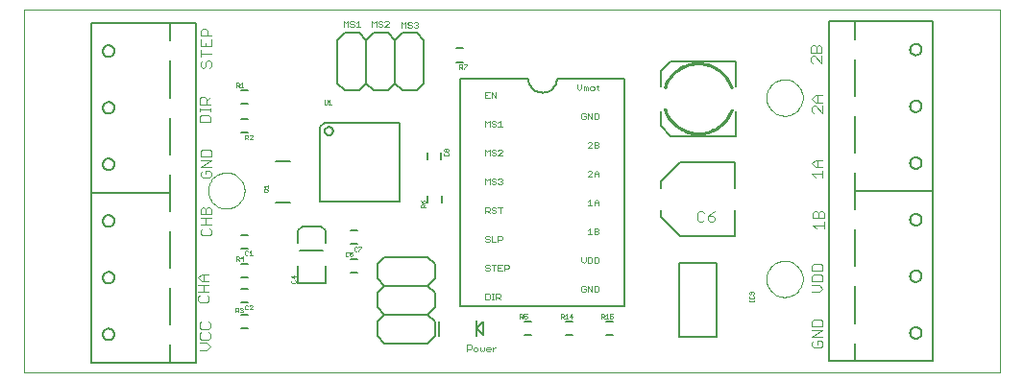
<source format=gto>
G75*
G70*
%OFA0B0*%
%FSLAX24Y24*%
%IPPOS*%
%LPD*%
%AMOC8*
5,1,8,0,0,1.08239X$1,22.5*
%
%ADD10C,0.0000*%
%ADD11C,0.0030*%
%ADD12C,0.0020*%
%ADD13C,0.0060*%
%ADD14C,0.0010*%
%ADD15C,0.0080*%
%ADD16C,0.0050*%
%ADD17C,0.0070*%
D10*
X007188Y005731D02*
X007188Y018325D01*
X041042Y018325D01*
X041042Y005731D01*
X007188Y005731D01*
X013566Y012030D02*
X013568Y012080D01*
X013574Y012130D01*
X013584Y012179D01*
X013598Y012227D01*
X013615Y012274D01*
X013636Y012319D01*
X013661Y012363D01*
X013689Y012404D01*
X013721Y012443D01*
X013755Y012480D01*
X013792Y012514D01*
X013832Y012544D01*
X013874Y012571D01*
X013918Y012595D01*
X013964Y012616D01*
X014011Y012632D01*
X014059Y012645D01*
X014109Y012654D01*
X014158Y012659D01*
X014209Y012660D01*
X014259Y012657D01*
X014308Y012650D01*
X014357Y012639D01*
X014405Y012624D01*
X014451Y012606D01*
X014496Y012584D01*
X014539Y012558D01*
X014580Y012529D01*
X014619Y012497D01*
X014655Y012462D01*
X014687Y012424D01*
X014717Y012384D01*
X014744Y012341D01*
X014767Y012297D01*
X014786Y012251D01*
X014802Y012203D01*
X014814Y012154D01*
X014822Y012105D01*
X014826Y012055D01*
X014826Y012005D01*
X014822Y011955D01*
X014814Y011906D01*
X014802Y011857D01*
X014786Y011809D01*
X014767Y011763D01*
X014744Y011719D01*
X014717Y011676D01*
X014687Y011636D01*
X014655Y011598D01*
X014619Y011563D01*
X014580Y011531D01*
X014539Y011502D01*
X014496Y011476D01*
X014451Y011454D01*
X014405Y011436D01*
X014357Y011421D01*
X014308Y011410D01*
X014259Y011403D01*
X014209Y011400D01*
X014158Y011401D01*
X014109Y011406D01*
X014059Y011415D01*
X014011Y011428D01*
X013964Y011444D01*
X013918Y011465D01*
X013874Y011489D01*
X013832Y011516D01*
X013792Y011546D01*
X013755Y011580D01*
X013721Y011617D01*
X013689Y011656D01*
X013661Y011697D01*
X013636Y011741D01*
X013615Y011786D01*
X013598Y011833D01*
X013584Y011881D01*
X013574Y011930D01*
X013568Y011980D01*
X013566Y012030D01*
X032936Y008960D02*
X032938Y009010D01*
X032944Y009060D01*
X032954Y009109D01*
X032968Y009157D01*
X032985Y009204D01*
X033006Y009249D01*
X033031Y009293D01*
X033059Y009334D01*
X033091Y009373D01*
X033125Y009410D01*
X033162Y009444D01*
X033202Y009474D01*
X033244Y009501D01*
X033288Y009525D01*
X033334Y009546D01*
X033381Y009562D01*
X033429Y009575D01*
X033479Y009584D01*
X033528Y009589D01*
X033579Y009590D01*
X033629Y009587D01*
X033678Y009580D01*
X033727Y009569D01*
X033775Y009554D01*
X033821Y009536D01*
X033866Y009514D01*
X033909Y009488D01*
X033950Y009459D01*
X033989Y009427D01*
X034025Y009392D01*
X034057Y009354D01*
X034087Y009314D01*
X034114Y009271D01*
X034137Y009227D01*
X034156Y009181D01*
X034172Y009133D01*
X034184Y009084D01*
X034192Y009035D01*
X034196Y008985D01*
X034196Y008935D01*
X034192Y008885D01*
X034184Y008836D01*
X034172Y008787D01*
X034156Y008739D01*
X034137Y008693D01*
X034114Y008649D01*
X034087Y008606D01*
X034057Y008566D01*
X034025Y008528D01*
X033989Y008493D01*
X033950Y008461D01*
X033909Y008432D01*
X033866Y008406D01*
X033821Y008384D01*
X033775Y008366D01*
X033727Y008351D01*
X033678Y008340D01*
X033629Y008333D01*
X033579Y008330D01*
X033528Y008331D01*
X033479Y008336D01*
X033429Y008345D01*
X033381Y008358D01*
X033334Y008374D01*
X033288Y008395D01*
X033244Y008419D01*
X033202Y008446D01*
X033162Y008476D01*
X033125Y008510D01*
X033091Y008547D01*
X033059Y008586D01*
X033031Y008627D01*
X033006Y008671D01*
X032985Y008716D01*
X032968Y008763D01*
X032954Y008811D01*
X032944Y008860D01*
X032938Y008910D01*
X032936Y008960D01*
X032936Y015259D02*
X032938Y015309D01*
X032944Y015359D01*
X032954Y015408D01*
X032968Y015456D01*
X032985Y015503D01*
X033006Y015548D01*
X033031Y015592D01*
X033059Y015633D01*
X033091Y015672D01*
X033125Y015709D01*
X033162Y015743D01*
X033202Y015773D01*
X033244Y015800D01*
X033288Y015824D01*
X033334Y015845D01*
X033381Y015861D01*
X033429Y015874D01*
X033479Y015883D01*
X033528Y015888D01*
X033579Y015889D01*
X033629Y015886D01*
X033678Y015879D01*
X033727Y015868D01*
X033775Y015853D01*
X033821Y015835D01*
X033866Y015813D01*
X033909Y015787D01*
X033950Y015758D01*
X033989Y015726D01*
X034025Y015691D01*
X034057Y015653D01*
X034087Y015613D01*
X034114Y015570D01*
X034137Y015526D01*
X034156Y015480D01*
X034172Y015432D01*
X034184Y015383D01*
X034192Y015334D01*
X034196Y015284D01*
X034196Y015234D01*
X034192Y015184D01*
X034184Y015135D01*
X034172Y015086D01*
X034156Y015038D01*
X034137Y014992D01*
X034114Y014948D01*
X034087Y014905D01*
X034057Y014865D01*
X034025Y014827D01*
X033989Y014792D01*
X033950Y014760D01*
X033909Y014731D01*
X033866Y014705D01*
X033821Y014683D01*
X033775Y014665D01*
X033727Y014650D01*
X033678Y014639D01*
X033629Y014632D01*
X033579Y014629D01*
X033528Y014630D01*
X033479Y014635D01*
X033429Y014644D01*
X033381Y014657D01*
X033334Y014673D01*
X033288Y014694D01*
X033244Y014718D01*
X033202Y014745D01*
X033162Y014775D01*
X033125Y014809D01*
X033091Y014846D01*
X033059Y014885D01*
X033031Y014926D01*
X033006Y014970D01*
X032985Y015015D01*
X032968Y015062D01*
X032954Y015110D01*
X032944Y015159D01*
X032938Y015209D01*
X032936Y015259D01*
D11*
X034519Y015214D02*
X034643Y015091D01*
X034889Y015091D01*
X034889Y014969D02*
X034889Y014723D01*
X034643Y014969D01*
X034581Y014969D01*
X034519Y014908D01*
X034519Y014784D01*
X034581Y014723D01*
X034704Y015091D02*
X034704Y015338D01*
X034643Y015338D02*
X034889Y015338D01*
X034643Y015338D02*
X034519Y015214D01*
X034541Y016455D02*
X034480Y016517D01*
X034480Y016640D01*
X034541Y016702D01*
X034603Y016702D01*
X034850Y016455D01*
X034850Y016702D01*
X034850Y016823D02*
X034850Y017008D01*
X034788Y017070D01*
X034727Y017070D01*
X034665Y017008D01*
X034665Y016823D01*
X034850Y016823D02*
X034480Y016823D01*
X034480Y017008D01*
X034541Y017070D01*
X034603Y017070D01*
X034665Y017008D01*
X034643Y013094D02*
X034889Y013094D01*
X034704Y013094D02*
X034704Y012847D01*
X034643Y012847D02*
X034519Y012970D01*
X034643Y013094D01*
X034643Y012847D02*
X034889Y012847D01*
X034889Y012725D02*
X034889Y012478D01*
X034889Y012602D02*
X034519Y012602D01*
X034643Y012478D01*
X034620Y011322D02*
X034682Y011322D01*
X034744Y011260D01*
X034744Y011075D01*
X034929Y011075D02*
X034558Y011075D01*
X034558Y011260D01*
X034620Y011322D01*
X034744Y011260D02*
X034805Y011322D01*
X034867Y011322D01*
X034929Y011260D01*
X034929Y011075D01*
X034929Y010954D02*
X034929Y010707D01*
X034929Y010830D02*
X034558Y010830D01*
X034682Y010707D01*
X034581Y009486D02*
X034519Y009424D01*
X034519Y009239D01*
X034889Y009239D01*
X034889Y009424D01*
X034828Y009486D01*
X034581Y009486D01*
X034581Y009117D02*
X034519Y009056D01*
X034519Y008870D01*
X034889Y008870D01*
X034889Y009056D01*
X034828Y009117D01*
X034581Y009117D01*
X034519Y008749D02*
X034766Y008749D01*
X034889Y008626D01*
X034766Y008502D01*
X034519Y008502D01*
X034581Y007556D02*
X034519Y007495D01*
X034519Y007310D01*
X034889Y007310D01*
X034889Y007495D01*
X034828Y007556D01*
X034581Y007556D01*
X034519Y007188D02*
X034889Y007188D01*
X034519Y006941D01*
X034889Y006941D01*
X034828Y006820D02*
X034704Y006820D01*
X034704Y006696D01*
X034581Y006573D02*
X034828Y006573D01*
X034889Y006635D01*
X034889Y006758D01*
X034828Y006820D01*
X034581Y006820D02*
X034519Y006758D01*
X034519Y006635D01*
X034581Y006573D01*
X031087Y010952D02*
X030963Y010952D01*
X030901Y011014D01*
X030901Y011138D01*
X031087Y011138D01*
X031148Y011076D01*
X031148Y011014D01*
X031087Y010952D01*
X030901Y011138D02*
X031025Y011261D01*
X031148Y011323D01*
X030780Y011261D02*
X030718Y011323D01*
X030595Y011323D01*
X030533Y011261D01*
X030533Y011014D01*
X030595Y010952D01*
X030718Y010952D01*
X030780Y011014D01*
X013669Y011086D02*
X013299Y011086D01*
X013299Y011207D02*
X013299Y011392D01*
X013360Y011454D01*
X013422Y011454D01*
X013484Y011392D01*
X013484Y011207D01*
X013484Y011086D02*
X013484Y010839D01*
X013607Y010717D02*
X013669Y010656D01*
X013669Y010532D01*
X013607Y010471D01*
X013360Y010471D01*
X013299Y010532D01*
X013299Y010656D01*
X013360Y010717D01*
X013299Y010839D02*
X013669Y010839D01*
X013669Y011207D02*
X013299Y011207D01*
X013484Y011392D02*
X013545Y011454D01*
X013607Y011454D01*
X013669Y011392D01*
X013669Y011207D01*
X013607Y012478D02*
X013360Y012478D01*
X013299Y012540D01*
X013299Y012664D01*
X013360Y012725D01*
X013484Y012725D02*
X013484Y012602D01*
X013484Y012725D02*
X013607Y012725D01*
X013669Y012664D01*
X013669Y012540D01*
X013607Y012478D01*
X013669Y012847D02*
X013299Y012847D01*
X013669Y013094D01*
X013299Y013094D01*
X013299Y013215D02*
X013299Y013400D01*
X013360Y013462D01*
X013607Y013462D01*
X013669Y013400D01*
X013669Y013215D01*
X013299Y013215D01*
X013259Y014408D02*
X013259Y014593D01*
X013321Y014654D01*
X013568Y014654D01*
X013630Y014593D01*
X013630Y014408D01*
X013259Y014408D01*
X013259Y014776D02*
X013259Y014899D01*
X013259Y014838D02*
X013630Y014838D01*
X013630Y014899D02*
X013630Y014776D01*
X013630Y015021D02*
X013259Y015021D01*
X013259Y015207D01*
X013321Y015268D01*
X013444Y015268D01*
X013506Y015207D01*
X013506Y015021D01*
X013506Y015145D02*
X013630Y015268D01*
X013607Y016297D02*
X013669Y016359D01*
X013669Y016483D01*
X013607Y016544D01*
X013545Y016544D01*
X013484Y016483D01*
X013484Y016359D01*
X013422Y016297D01*
X013360Y016297D01*
X013299Y016359D01*
X013299Y016483D01*
X013360Y016544D01*
X013299Y016666D02*
X013299Y016913D01*
X013299Y017034D02*
X013669Y017034D01*
X013669Y017281D01*
X013669Y017402D02*
X013299Y017402D01*
X013299Y017587D01*
X013360Y017649D01*
X013484Y017649D01*
X013545Y017587D01*
X013545Y017402D01*
X013484Y017157D02*
X013484Y017034D01*
X013299Y017034D02*
X013299Y017281D01*
X013299Y016789D02*
X013669Y016789D01*
X013590Y009131D02*
X013343Y009131D01*
X013220Y009008D01*
X013343Y008884D01*
X013590Y008884D01*
X013590Y008763D02*
X013220Y008763D01*
X013405Y008763D02*
X013405Y008516D01*
X013282Y008395D02*
X013220Y008333D01*
X013220Y008209D01*
X013282Y008148D01*
X013528Y008148D01*
X013590Y008209D01*
X013590Y008333D01*
X013528Y008395D01*
X013590Y008516D02*
X013220Y008516D01*
X013405Y008884D02*
X013405Y009131D01*
X013321Y007478D02*
X013259Y007416D01*
X013259Y007293D01*
X013321Y007231D01*
X013568Y007231D01*
X013630Y007293D01*
X013630Y007416D01*
X013568Y007478D01*
X013568Y007109D02*
X013630Y007048D01*
X013630Y006924D01*
X013568Y006863D01*
X013321Y006863D01*
X013259Y006924D01*
X013259Y007048D01*
X013321Y007109D01*
X013259Y006741D02*
X013506Y006741D01*
X013630Y006618D01*
X013506Y006494D01*
X013259Y006494D01*
D12*
X022552Y006523D02*
X022662Y006523D01*
X022699Y006560D01*
X022699Y006633D01*
X022662Y006670D01*
X022552Y006670D01*
X022552Y006450D01*
X022773Y006487D02*
X022773Y006560D01*
X022810Y006597D01*
X022883Y006597D01*
X022920Y006560D01*
X022920Y006487D01*
X022883Y006450D01*
X022810Y006450D01*
X022773Y006487D01*
X022994Y006487D02*
X023031Y006450D01*
X023068Y006487D01*
X023104Y006450D01*
X023141Y006487D01*
X023141Y006597D01*
X023215Y006560D02*
X023215Y006487D01*
X023252Y006450D01*
X023325Y006450D01*
X023362Y006523D02*
X023215Y006523D01*
X023215Y006560D02*
X023252Y006597D01*
X023325Y006597D01*
X023362Y006560D01*
X023362Y006523D01*
X023436Y006523D02*
X023510Y006597D01*
X023546Y006597D01*
X023436Y006597D02*
X023436Y006450D01*
X022994Y006487D02*
X022994Y006597D01*
X023182Y008241D02*
X023292Y008241D01*
X023329Y008278D01*
X023329Y008425D01*
X023292Y008461D01*
X023182Y008461D01*
X023182Y008241D01*
X023403Y008241D02*
X023477Y008241D01*
X023440Y008241D02*
X023440Y008461D01*
X023403Y008461D02*
X023477Y008461D01*
X023550Y008461D02*
X023661Y008461D01*
X023697Y008425D01*
X023697Y008351D01*
X023661Y008315D01*
X023550Y008315D01*
X023550Y008241D02*
X023550Y008461D01*
X023624Y008315D02*
X023697Y008241D01*
X023624Y009241D02*
X023771Y009241D01*
X023845Y009241D02*
X023845Y009461D01*
X023955Y009461D01*
X023992Y009425D01*
X023992Y009351D01*
X023955Y009315D01*
X023845Y009315D01*
X023697Y009351D02*
X023624Y009351D01*
X023624Y009461D02*
X023624Y009241D01*
X023477Y009241D02*
X023477Y009461D01*
X023550Y009461D02*
X023403Y009461D01*
X023329Y009425D02*
X023292Y009461D01*
X023219Y009461D01*
X023182Y009425D01*
X023182Y009388D01*
X023219Y009351D01*
X023292Y009351D01*
X023329Y009315D01*
X023329Y009278D01*
X023292Y009241D01*
X023219Y009241D01*
X023182Y009278D01*
X023624Y009461D02*
X023771Y009461D01*
X023624Y010241D02*
X023624Y010461D01*
X023734Y010461D01*
X023771Y010425D01*
X023771Y010351D01*
X023734Y010315D01*
X023624Y010315D01*
X023550Y010241D02*
X023403Y010241D01*
X023403Y010461D01*
X023329Y010425D02*
X023292Y010461D01*
X023219Y010461D01*
X023182Y010425D01*
X023182Y010388D01*
X023219Y010351D01*
X023292Y010351D01*
X023329Y010315D01*
X023329Y010278D01*
X023292Y010241D01*
X023219Y010241D01*
X023182Y010278D01*
X023182Y011241D02*
X023182Y011461D01*
X023292Y011461D01*
X023329Y011425D01*
X023329Y011351D01*
X023292Y011315D01*
X023182Y011315D01*
X023256Y011315D02*
X023329Y011241D01*
X023403Y011278D02*
X023440Y011241D01*
X023513Y011241D01*
X023550Y011278D01*
X023550Y011315D01*
X023513Y011351D01*
X023440Y011351D01*
X023403Y011388D01*
X023403Y011425D01*
X023440Y011461D01*
X023513Y011461D01*
X023550Y011425D01*
X023624Y011461D02*
X023771Y011461D01*
X023697Y011461D02*
X023697Y011241D01*
X023661Y012241D02*
X023624Y012278D01*
X023661Y012241D02*
X023734Y012241D01*
X023771Y012278D01*
X023771Y012315D01*
X023734Y012351D01*
X023697Y012351D01*
X023734Y012351D02*
X023771Y012388D01*
X023771Y012425D01*
X023734Y012461D01*
X023661Y012461D01*
X023624Y012425D01*
X023550Y012425D02*
X023513Y012461D01*
X023440Y012461D01*
X023403Y012425D01*
X023403Y012388D01*
X023440Y012351D01*
X023513Y012351D01*
X023550Y012315D01*
X023550Y012278D01*
X023513Y012241D01*
X023440Y012241D01*
X023403Y012278D01*
X023329Y012241D02*
X023329Y012461D01*
X023256Y012388D01*
X023182Y012461D01*
X023182Y012241D01*
X023182Y013241D02*
X023182Y013461D01*
X023256Y013388D01*
X023329Y013461D01*
X023329Y013241D01*
X023403Y013278D02*
X023440Y013241D01*
X023513Y013241D01*
X023550Y013278D01*
X023550Y013315D01*
X023513Y013351D01*
X023440Y013351D01*
X023403Y013388D01*
X023403Y013425D01*
X023440Y013461D01*
X023513Y013461D01*
X023550Y013425D01*
X023624Y013425D02*
X023661Y013461D01*
X023734Y013461D01*
X023771Y013425D01*
X023771Y013388D01*
X023624Y013241D01*
X023771Y013241D01*
X023771Y014241D02*
X023624Y014241D01*
X023697Y014241D02*
X023697Y014461D01*
X023624Y014388D01*
X023550Y014425D02*
X023513Y014461D01*
X023440Y014461D01*
X023403Y014425D01*
X023403Y014388D01*
X023440Y014351D01*
X023513Y014351D01*
X023550Y014315D01*
X023550Y014278D01*
X023513Y014241D01*
X023440Y014241D01*
X023403Y014278D01*
X023329Y014241D02*
X023329Y014461D01*
X023256Y014388D01*
X023182Y014461D01*
X023182Y014241D01*
X023182Y015241D02*
X023329Y015241D01*
X023403Y015241D02*
X023403Y015461D01*
X023550Y015241D01*
X023550Y015461D01*
X023329Y015461D02*
X023182Y015461D01*
X023182Y015241D01*
X023182Y015351D02*
X023256Y015351D01*
X026372Y015575D02*
X026445Y015501D01*
X026519Y015575D01*
X026519Y015721D01*
X026593Y015648D02*
X026630Y015648D01*
X026666Y015611D01*
X026703Y015648D01*
X026740Y015611D01*
X026740Y015501D01*
X026666Y015501D02*
X026666Y015611D01*
X026593Y015648D02*
X026593Y015501D01*
X026814Y015538D02*
X026851Y015501D01*
X026924Y015501D01*
X026961Y015538D01*
X026961Y015611D01*
X026924Y015648D01*
X026851Y015648D01*
X026814Y015611D01*
X026814Y015538D01*
X027035Y015648D02*
X027108Y015648D01*
X027071Y015685D02*
X027071Y015538D01*
X027108Y015501D01*
X026372Y015575D02*
X026372Y015721D01*
X026556Y014721D02*
X026519Y014685D01*
X026519Y014538D01*
X026556Y014501D01*
X026629Y014501D01*
X026666Y014538D01*
X026666Y014611D01*
X026593Y014611D01*
X026666Y014685D02*
X026629Y014721D01*
X026556Y014721D01*
X026740Y014721D02*
X026887Y014501D01*
X026887Y014721D01*
X026961Y014721D02*
X027071Y014721D01*
X027108Y014685D01*
X027108Y014538D01*
X027071Y014501D01*
X026961Y014501D01*
X026961Y014721D01*
X026740Y014721D02*
X026740Y014501D01*
X026777Y013721D02*
X026740Y013685D01*
X026777Y013721D02*
X026850Y013721D01*
X026887Y013685D01*
X026887Y013648D01*
X026740Y013501D01*
X026887Y013501D01*
X026961Y013501D02*
X027071Y013501D01*
X027108Y013538D01*
X027108Y013575D01*
X027071Y013611D01*
X026961Y013611D01*
X026961Y013501D02*
X026961Y013721D01*
X027071Y013721D01*
X027108Y013685D01*
X027108Y013648D01*
X027071Y013611D01*
X027035Y012721D02*
X027108Y012648D01*
X027108Y012501D01*
X027108Y012611D02*
X026961Y012611D01*
X026961Y012648D02*
X027035Y012721D01*
X026961Y012648D02*
X026961Y012501D01*
X026887Y012501D02*
X026740Y012501D01*
X026887Y012648D01*
X026887Y012685D01*
X026850Y012721D01*
X026777Y012721D01*
X026740Y012685D01*
X026814Y011721D02*
X026814Y011501D01*
X026887Y011501D02*
X026740Y011501D01*
X026740Y011648D02*
X026814Y011721D01*
X026961Y011648D02*
X027035Y011721D01*
X027108Y011648D01*
X027108Y011501D01*
X027108Y011611D02*
X026961Y011611D01*
X026961Y011648D02*
X026961Y011501D01*
X026961Y010721D02*
X027071Y010721D01*
X027108Y010685D01*
X027108Y010648D01*
X027071Y010611D01*
X026961Y010611D01*
X026961Y010501D02*
X027071Y010501D01*
X027108Y010538D01*
X027108Y010575D01*
X027071Y010611D01*
X026961Y010501D02*
X026961Y010721D01*
X026814Y010721D02*
X026814Y010501D01*
X026887Y010501D02*
X026740Y010501D01*
X026740Y010648D02*
X026814Y010721D01*
X026850Y009721D02*
X026740Y009721D01*
X026740Y009501D01*
X026850Y009501D01*
X026887Y009538D01*
X026887Y009685D01*
X026850Y009721D01*
X026961Y009721D02*
X026961Y009501D01*
X027071Y009501D01*
X027108Y009538D01*
X027108Y009685D01*
X027071Y009721D01*
X026961Y009721D01*
X026666Y009721D02*
X026666Y009575D01*
X026593Y009501D01*
X026519Y009575D01*
X026519Y009721D01*
X026556Y008721D02*
X026519Y008685D01*
X026519Y008538D01*
X026556Y008501D01*
X026629Y008501D01*
X026666Y008538D01*
X026666Y008611D01*
X026593Y008611D01*
X026666Y008685D02*
X026629Y008721D01*
X026556Y008721D01*
X026740Y008721D02*
X026887Y008501D01*
X026887Y008721D01*
X026961Y008721D02*
X027071Y008721D01*
X027108Y008685D01*
X027108Y008538D01*
X027071Y008501D01*
X026961Y008501D01*
X026961Y008721D01*
X026740Y008721D02*
X026740Y008501D01*
X020821Y017670D02*
X020747Y017670D01*
X020711Y017707D01*
X020637Y017707D02*
X020600Y017670D01*
X020526Y017670D01*
X020490Y017707D01*
X020526Y017780D02*
X020600Y017780D01*
X020637Y017744D01*
X020637Y017707D01*
X020526Y017780D02*
X020490Y017817D01*
X020490Y017854D01*
X020526Y017891D01*
X020600Y017891D01*
X020637Y017854D01*
X020711Y017854D02*
X020747Y017891D01*
X020821Y017891D01*
X020858Y017854D01*
X020858Y017817D01*
X020821Y017780D01*
X020858Y017744D01*
X020858Y017707D01*
X020821Y017670D01*
X020821Y017780D02*
X020784Y017780D01*
X020416Y017891D02*
X020416Y017670D01*
X020269Y017670D02*
X020269Y017891D01*
X020342Y017817D01*
X020416Y017891D01*
X019834Y017893D02*
X019797Y017930D01*
X019724Y017930D01*
X019687Y017893D01*
X019613Y017893D02*
X019576Y017930D01*
X019503Y017930D01*
X019466Y017893D01*
X019466Y017856D01*
X019503Y017820D01*
X019576Y017820D01*
X019613Y017783D01*
X019613Y017746D01*
X019576Y017710D01*
X019503Y017710D01*
X019466Y017746D01*
X019392Y017710D02*
X019392Y017930D01*
X019319Y017856D01*
X019245Y017930D01*
X019245Y017710D01*
X018850Y017710D02*
X018703Y017710D01*
X018776Y017710D02*
X018776Y017930D01*
X018703Y017856D01*
X018629Y017893D02*
X018592Y017930D01*
X018519Y017930D01*
X018482Y017893D01*
X018482Y017856D01*
X018519Y017820D01*
X018592Y017820D01*
X018629Y017783D01*
X018629Y017746D01*
X018592Y017710D01*
X018519Y017710D01*
X018482Y017746D01*
X018408Y017710D02*
X018408Y017930D01*
X018334Y017856D01*
X018261Y017930D01*
X018261Y017710D01*
X019687Y017710D02*
X019834Y017856D01*
X019834Y017893D01*
X019834Y017710D02*
X019687Y017710D01*
D13*
X019792Y017513D02*
X019292Y017513D01*
X019042Y017263D01*
X019042Y015763D01*
X019292Y015513D01*
X019792Y015513D01*
X020042Y015763D01*
X020292Y015513D01*
X020792Y015513D01*
X021042Y015763D01*
X021042Y017263D01*
X020792Y017513D01*
X020292Y017513D01*
X020042Y017263D01*
X020042Y015763D01*
X019042Y015763D02*
X018792Y015513D01*
X018292Y015513D01*
X018042Y015763D01*
X018042Y017263D01*
X018292Y017513D01*
X018792Y017513D01*
X019042Y017263D01*
X019792Y017513D02*
X020042Y017263D01*
X022160Y016967D02*
X022397Y016967D01*
X022397Y016495D02*
X022160Y016495D01*
X022322Y015931D02*
X022322Y008031D01*
X028022Y008031D01*
X028022Y015931D01*
X025672Y015931D01*
X025670Y015887D01*
X025664Y015844D01*
X025655Y015802D01*
X025642Y015760D01*
X025625Y015720D01*
X025605Y015681D01*
X025582Y015644D01*
X025555Y015610D01*
X025526Y015577D01*
X025493Y015548D01*
X025459Y015521D01*
X025422Y015498D01*
X025383Y015478D01*
X025343Y015461D01*
X025301Y015448D01*
X025259Y015439D01*
X025216Y015433D01*
X025172Y015431D01*
X025128Y015433D01*
X025085Y015439D01*
X025043Y015448D01*
X025001Y015461D01*
X024961Y015478D01*
X024922Y015498D01*
X024885Y015521D01*
X024851Y015548D01*
X024818Y015577D01*
X024789Y015610D01*
X024762Y015644D01*
X024739Y015681D01*
X024719Y015720D01*
X024702Y015760D01*
X024689Y015802D01*
X024680Y015844D01*
X024674Y015887D01*
X024672Y015931D01*
X022322Y015931D01*
X020217Y014399D02*
X017597Y014399D01*
X017458Y014259D01*
X017458Y011639D01*
X020217Y011639D01*
X020217Y014399D01*
X021180Y013345D02*
X021180Y013109D01*
X021652Y013109D02*
X021652Y013345D01*
X021660Y011853D02*
X021660Y011617D01*
X021188Y011617D02*
X021188Y011853D01*
X018743Y010649D02*
X018507Y010649D01*
X018507Y010176D02*
X018743Y010176D01*
X018743Y009649D02*
X018507Y009649D01*
X018507Y009176D02*
X018743Y009176D01*
X014956Y009026D02*
X014719Y009026D01*
X014719Y008617D02*
X014956Y008617D01*
X014956Y008145D02*
X014719Y008145D01*
X014696Y007711D02*
X014932Y007711D01*
X014932Y007239D02*
X014696Y007239D01*
X012228Y007386D02*
X012228Y008656D01*
X012228Y009356D02*
X012228Y010626D01*
X012228Y011326D02*
X012228Y011956D01*
X012228Y012595D01*
X012228Y011956D02*
X009508Y011956D01*
X009508Y006056D01*
X012228Y006056D01*
X012228Y006686D01*
X012228Y006056D02*
X013128Y006056D01*
X013128Y017865D01*
X012228Y017865D01*
X012228Y017236D01*
X012228Y017865D02*
X009508Y017865D01*
X009508Y011956D01*
X009908Y012946D02*
X009910Y012974D01*
X009916Y013001D01*
X009925Y013027D01*
X009938Y013052D01*
X009955Y013075D01*
X009974Y013095D01*
X009996Y013112D01*
X010020Y013126D01*
X010046Y013136D01*
X010073Y013143D01*
X010101Y013146D01*
X010129Y013145D01*
X010156Y013140D01*
X010183Y013131D01*
X010208Y013119D01*
X010231Y013104D01*
X010252Y013085D01*
X010270Y013064D01*
X010285Y013040D01*
X010296Y013014D01*
X010304Y012988D01*
X010308Y012960D01*
X010308Y012932D01*
X010304Y012904D01*
X010296Y012878D01*
X010285Y012852D01*
X010270Y012828D01*
X010252Y012807D01*
X010231Y012788D01*
X010208Y012773D01*
X010183Y012761D01*
X010156Y012752D01*
X010129Y012747D01*
X010101Y012746D01*
X010073Y012749D01*
X010046Y012756D01*
X010020Y012766D01*
X009996Y012780D01*
X009974Y012797D01*
X009955Y012817D01*
X009938Y012840D01*
X009925Y012865D01*
X009916Y012891D01*
X009910Y012918D01*
X009908Y012946D01*
X012228Y013295D02*
X012228Y014565D01*
X012228Y015265D02*
X012228Y016536D01*
X009908Y016876D02*
X009910Y016904D01*
X009916Y016931D01*
X009925Y016957D01*
X009938Y016982D01*
X009955Y017005D01*
X009974Y017025D01*
X009996Y017042D01*
X010020Y017056D01*
X010046Y017066D01*
X010073Y017073D01*
X010101Y017076D01*
X010129Y017075D01*
X010156Y017070D01*
X010183Y017061D01*
X010208Y017049D01*
X010231Y017034D01*
X010252Y017015D01*
X010270Y016994D01*
X010285Y016970D01*
X010296Y016944D01*
X010304Y016918D01*
X010308Y016890D01*
X010308Y016862D01*
X010304Y016834D01*
X010296Y016808D01*
X010285Y016782D01*
X010270Y016758D01*
X010252Y016737D01*
X010231Y016718D01*
X010208Y016703D01*
X010183Y016691D01*
X010156Y016682D01*
X010129Y016677D01*
X010101Y016676D01*
X010073Y016679D01*
X010046Y016686D01*
X010020Y016696D01*
X009996Y016710D01*
X009974Y016727D01*
X009955Y016747D01*
X009938Y016770D01*
X009925Y016795D01*
X009916Y016821D01*
X009910Y016848D01*
X009908Y016876D01*
X009908Y014906D02*
X009910Y014934D01*
X009916Y014961D01*
X009925Y014987D01*
X009938Y015012D01*
X009955Y015035D01*
X009974Y015055D01*
X009996Y015072D01*
X010020Y015086D01*
X010046Y015096D01*
X010073Y015103D01*
X010101Y015106D01*
X010129Y015105D01*
X010156Y015100D01*
X010183Y015091D01*
X010208Y015079D01*
X010231Y015064D01*
X010252Y015045D01*
X010270Y015024D01*
X010285Y015000D01*
X010296Y014974D01*
X010304Y014948D01*
X010308Y014920D01*
X010308Y014892D01*
X010304Y014864D01*
X010296Y014838D01*
X010285Y014812D01*
X010270Y014788D01*
X010252Y014767D01*
X010231Y014748D01*
X010208Y014733D01*
X010183Y014721D01*
X010156Y014712D01*
X010129Y014707D01*
X010101Y014706D01*
X010073Y014709D01*
X010046Y014716D01*
X010020Y014726D01*
X009996Y014740D01*
X009974Y014757D01*
X009955Y014777D01*
X009938Y014800D01*
X009925Y014825D01*
X009916Y014851D01*
X009910Y014878D01*
X009908Y014906D01*
X014719Y015058D02*
X014956Y015058D01*
X014956Y015530D02*
X014719Y015530D01*
X014719Y014530D02*
X014956Y014530D01*
X014956Y014058D02*
X014719Y014058D01*
X017616Y014099D02*
X017618Y014122D01*
X017624Y014145D01*
X017633Y014166D01*
X017646Y014186D01*
X017662Y014203D01*
X017680Y014217D01*
X017700Y014228D01*
X017722Y014236D01*
X017745Y014240D01*
X017769Y014240D01*
X017792Y014236D01*
X017814Y014228D01*
X017834Y014217D01*
X017852Y014203D01*
X017868Y014186D01*
X017881Y014166D01*
X017890Y014145D01*
X017896Y014122D01*
X017898Y014099D01*
X017896Y014076D01*
X017890Y014053D01*
X017881Y014032D01*
X017868Y014012D01*
X017852Y013995D01*
X017834Y013981D01*
X017814Y013970D01*
X017792Y013962D01*
X017769Y013958D01*
X017745Y013958D01*
X017722Y013962D01*
X017700Y013970D01*
X017680Y013981D01*
X017662Y013995D01*
X017646Y014012D01*
X017633Y014032D01*
X017624Y014053D01*
X017618Y014076D01*
X017616Y014099D01*
X014956Y010499D02*
X014719Y010499D01*
X014719Y010026D02*
X014956Y010026D01*
X014956Y009499D02*
X014719Y009499D01*
X009908Y009006D02*
X009910Y009034D01*
X009916Y009061D01*
X009925Y009087D01*
X009938Y009112D01*
X009955Y009135D01*
X009974Y009155D01*
X009996Y009172D01*
X010020Y009186D01*
X010046Y009196D01*
X010073Y009203D01*
X010101Y009206D01*
X010129Y009205D01*
X010156Y009200D01*
X010183Y009191D01*
X010208Y009179D01*
X010231Y009164D01*
X010252Y009145D01*
X010270Y009124D01*
X010285Y009100D01*
X010296Y009074D01*
X010304Y009048D01*
X010308Y009020D01*
X010308Y008992D01*
X010304Y008964D01*
X010296Y008938D01*
X010285Y008912D01*
X010270Y008888D01*
X010252Y008867D01*
X010231Y008848D01*
X010208Y008833D01*
X010183Y008821D01*
X010156Y008812D01*
X010129Y008807D01*
X010101Y008806D01*
X010073Y008809D01*
X010046Y008816D01*
X010020Y008826D01*
X009996Y008840D01*
X009974Y008857D01*
X009955Y008877D01*
X009938Y008900D01*
X009925Y008925D01*
X009916Y008951D01*
X009910Y008978D01*
X009908Y009006D01*
X009908Y010976D02*
X009910Y011004D01*
X009916Y011031D01*
X009925Y011057D01*
X009938Y011082D01*
X009955Y011105D01*
X009974Y011125D01*
X009996Y011142D01*
X010020Y011156D01*
X010046Y011166D01*
X010073Y011173D01*
X010101Y011176D01*
X010129Y011175D01*
X010156Y011170D01*
X010183Y011161D01*
X010208Y011149D01*
X010231Y011134D01*
X010252Y011115D01*
X010270Y011094D01*
X010285Y011070D01*
X010296Y011044D01*
X010304Y011018D01*
X010308Y010990D01*
X010308Y010962D01*
X010304Y010934D01*
X010296Y010908D01*
X010285Y010882D01*
X010270Y010858D01*
X010252Y010837D01*
X010231Y010818D01*
X010208Y010803D01*
X010183Y010791D01*
X010156Y010782D01*
X010129Y010777D01*
X010101Y010776D01*
X010073Y010779D01*
X010046Y010786D01*
X010020Y010796D01*
X009996Y010810D01*
X009974Y010827D01*
X009955Y010847D01*
X009938Y010870D01*
X009925Y010895D01*
X009916Y010921D01*
X009910Y010948D01*
X009908Y010976D01*
X009908Y007036D02*
X009910Y007064D01*
X009916Y007091D01*
X009925Y007117D01*
X009938Y007142D01*
X009955Y007165D01*
X009974Y007185D01*
X009996Y007202D01*
X010020Y007216D01*
X010046Y007226D01*
X010073Y007233D01*
X010101Y007236D01*
X010129Y007235D01*
X010156Y007230D01*
X010183Y007221D01*
X010208Y007209D01*
X010231Y007194D01*
X010252Y007175D01*
X010270Y007154D01*
X010285Y007130D01*
X010296Y007104D01*
X010304Y007078D01*
X010308Y007050D01*
X010308Y007022D01*
X010304Y006994D01*
X010296Y006968D01*
X010285Y006942D01*
X010270Y006918D01*
X010252Y006897D01*
X010231Y006878D01*
X010208Y006863D01*
X010183Y006851D01*
X010156Y006842D01*
X010129Y006837D01*
X010101Y006836D01*
X010073Y006839D01*
X010046Y006846D01*
X010020Y006856D01*
X009996Y006870D01*
X009974Y006887D01*
X009955Y006907D01*
X009938Y006930D01*
X009925Y006955D01*
X009916Y006981D01*
X009910Y007008D01*
X009908Y007036D01*
X024554Y007020D02*
X024790Y007020D01*
X024790Y007492D02*
X024554Y007492D01*
X025979Y007492D02*
X026215Y007492D01*
X026215Y007020D02*
X025979Y007020D01*
X027379Y007020D02*
X027615Y007020D01*
X027615Y007492D02*
X027379Y007492D01*
X035104Y006102D02*
X036004Y006102D01*
X036004Y006732D01*
X036004Y006102D02*
X038724Y006102D01*
X038724Y012012D01*
X038724Y017912D01*
X036004Y017912D01*
X036004Y017282D01*
X036004Y017912D02*
X035104Y017912D01*
X035104Y006102D01*
X036004Y007432D02*
X036004Y008702D01*
X036004Y009402D02*
X036004Y010672D01*
X036004Y011372D02*
X036004Y012012D01*
X038724Y012012D01*
X037924Y012992D02*
X037926Y013020D01*
X037932Y013047D01*
X037941Y013073D01*
X037954Y013098D01*
X037971Y013121D01*
X037990Y013141D01*
X038012Y013158D01*
X038036Y013172D01*
X038062Y013182D01*
X038089Y013189D01*
X038117Y013192D01*
X038145Y013191D01*
X038172Y013186D01*
X038199Y013177D01*
X038224Y013165D01*
X038247Y013150D01*
X038268Y013131D01*
X038286Y013110D01*
X038301Y013086D01*
X038312Y013060D01*
X038320Y013034D01*
X038324Y013006D01*
X038324Y012978D01*
X038320Y012950D01*
X038312Y012924D01*
X038301Y012898D01*
X038286Y012874D01*
X038268Y012853D01*
X038247Y012834D01*
X038224Y012819D01*
X038199Y012807D01*
X038172Y012798D01*
X038145Y012793D01*
X038117Y012792D01*
X038089Y012795D01*
X038062Y012802D01*
X038036Y012812D01*
X038012Y012826D01*
X037990Y012843D01*
X037971Y012863D01*
X037954Y012886D01*
X037941Y012911D01*
X037932Y012937D01*
X037926Y012964D01*
X037924Y012992D01*
X036004Y013342D02*
X036004Y014612D01*
X036004Y015312D02*
X036004Y016582D01*
X037924Y016932D02*
X037926Y016960D01*
X037932Y016987D01*
X037941Y017013D01*
X037954Y017038D01*
X037971Y017061D01*
X037990Y017081D01*
X038012Y017098D01*
X038036Y017112D01*
X038062Y017122D01*
X038089Y017129D01*
X038117Y017132D01*
X038145Y017131D01*
X038172Y017126D01*
X038199Y017117D01*
X038224Y017105D01*
X038247Y017090D01*
X038268Y017071D01*
X038286Y017050D01*
X038301Y017026D01*
X038312Y017000D01*
X038320Y016974D01*
X038324Y016946D01*
X038324Y016918D01*
X038320Y016890D01*
X038312Y016864D01*
X038301Y016838D01*
X038286Y016814D01*
X038268Y016793D01*
X038247Y016774D01*
X038224Y016759D01*
X038199Y016747D01*
X038172Y016738D01*
X038145Y016733D01*
X038117Y016732D01*
X038089Y016735D01*
X038062Y016742D01*
X038036Y016752D01*
X038012Y016766D01*
X037990Y016783D01*
X037971Y016803D01*
X037954Y016826D01*
X037941Y016851D01*
X037932Y016877D01*
X037926Y016904D01*
X037924Y016932D01*
X037924Y014962D02*
X037926Y014990D01*
X037932Y015017D01*
X037941Y015043D01*
X037954Y015068D01*
X037971Y015091D01*
X037990Y015111D01*
X038012Y015128D01*
X038036Y015142D01*
X038062Y015152D01*
X038089Y015159D01*
X038117Y015162D01*
X038145Y015161D01*
X038172Y015156D01*
X038199Y015147D01*
X038224Y015135D01*
X038247Y015120D01*
X038268Y015101D01*
X038286Y015080D01*
X038301Y015056D01*
X038312Y015030D01*
X038320Y015004D01*
X038324Y014976D01*
X038324Y014948D01*
X038320Y014920D01*
X038312Y014894D01*
X038301Y014868D01*
X038286Y014844D01*
X038268Y014823D01*
X038247Y014804D01*
X038224Y014789D01*
X038199Y014777D01*
X038172Y014768D01*
X038145Y014763D01*
X038117Y014762D01*
X038089Y014765D01*
X038062Y014772D01*
X038036Y014782D01*
X038012Y014796D01*
X037990Y014813D01*
X037971Y014833D01*
X037954Y014856D01*
X037941Y014881D01*
X037932Y014907D01*
X037926Y014934D01*
X037924Y014962D01*
X036004Y012642D02*
X036004Y012012D01*
X037924Y011022D02*
X037926Y011050D01*
X037932Y011077D01*
X037941Y011103D01*
X037954Y011128D01*
X037971Y011151D01*
X037990Y011171D01*
X038012Y011188D01*
X038036Y011202D01*
X038062Y011212D01*
X038089Y011219D01*
X038117Y011222D01*
X038145Y011221D01*
X038172Y011216D01*
X038199Y011207D01*
X038224Y011195D01*
X038247Y011180D01*
X038268Y011161D01*
X038286Y011140D01*
X038301Y011116D01*
X038312Y011090D01*
X038320Y011064D01*
X038324Y011036D01*
X038324Y011008D01*
X038320Y010980D01*
X038312Y010954D01*
X038301Y010928D01*
X038286Y010904D01*
X038268Y010883D01*
X038247Y010864D01*
X038224Y010849D01*
X038199Y010837D01*
X038172Y010828D01*
X038145Y010823D01*
X038117Y010822D01*
X038089Y010825D01*
X038062Y010832D01*
X038036Y010842D01*
X038012Y010856D01*
X037990Y010873D01*
X037971Y010893D01*
X037954Y010916D01*
X037941Y010941D01*
X037932Y010967D01*
X037926Y010994D01*
X037924Y011022D01*
X037924Y009062D02*
X037926Y009090D01*
X037932Y009117D01*
X037941Y009143D01*
X037954Y009168D01*
X037971Y009191D01*
X037990Y009211D01*
X038012Y009228D01*
X038036Y009242D01*
X038062Y009252D01*
X038089Y009259D01*
X038117Y009262D01*
X038145Y009261D01*
X038172Y009256D01*
X038199Y009247D01*
X038224Y009235D01*
X038247Y009220D01*
X038268Y009201D01*
X038286Y009180D01*
X038301Y009156D01*
X038312Y009130D01*
X038320Y009104D01*
X038324Y009076D01*
X038324Y009048D01*
X038320Y009020D01*
X038312Y008994D01*
X038301Y008968D01*
X038286Y008944D01*
X038268Y008923D01*
X038247Y008904D01*
X038224Y008889D01*
X038199Y008877D01*
X038172Y008868D01*
X038145Y008863D01*
X038117Y008862D01*
X038089Y008865D01*
X038062Y008872D01*
X038036Y008882D01*
X038012Y008896D01*
X037990Y008913D01*
X037971Y008933D01*
X037954Y008956D01*
X037941Y008981D01*
X037932Y009007D01*
X037926Y009034D01*
X037924Y009062D01*
X037924Y007092D02*
X037926Y007120D01*
X037932Y007147D01*
X037941Y007173D01*
X037954Y007198D01*
X037971Y007221D01*
X037990Y007241D01*
X038012Y007258D01*
X038036Y007272D01*
X038062Y007282D01*
X038089Y007289D01*
X038117Y007292D01*
X038145Y007291D01*
X038172Y007286D01*
X038199Y007277D01*
X038224Y007265D01*
X038247Y007250D01*
X038268Y007231D01*
X038286Y007210D01*
X038301Y007186D01*
X038312Y007160D01*
X038320Y007134D01*
X038324Y007106D01*
X038324Y007078D01*
X038320Y007050D01*
X038312Y007024D01*
X038301Y006998D01*
X038286Y006974D01*
X038268Y006953D01*
X038247Y006934D01*
X038224Y006919D01*
X038199Y006907D01*
X038172Y006898D01*
X038145Y006893D01*
X038117Y006892D01*
X038089Y006895D01*
X038062Y006902D01*
X038036Y006912D01*
X038012Y006926D01*
X037990Y006943D01*
X037971Y006963D01*
X037954Y006986D01*
X037941Y007011D01*
X037932Y007037D01*
X037926Y007064D01*
X037924Y007092D01*
D14*
X032496Y008168D02*
X032496Y008218D01*
X032496Y008193D02*
X032346Y008193D01*
X032346Y008168D02*
X032346Y008218D01*
X032371Y008267D02*
X032471Y008267D01*
X032496Y008292D01*
X032496Y008342D01*
X032471Y008367D01*
X032471Y008414D02*
X032496Y008439D01*
X032496Y008489D01*
X032471Y008514D01*
X032446Y008514D01*
X032421Y008489D01*
X032421Y008464D01*
X032421Y008489D02*
X032396Y008514D01*
X032371Y008514D01*
X032346Y008489D01*
X032346Y008439D01*
X032371Y008414D01*
X032371Y008367D02*
X032346Y008342D01*
X032346Y008292D01*
X032371Y008267D01*
X027597Y007736D02*
X027497Y007736D01*
X027497Y007661D01*
X027547Y007686D01*
X027572Y007686D01*
X027597Y007661D01*
X027597Y007611D01*
X027572Y007586D01*
X027522Y007586D01*
X027497Y007611D01*
X027450Y007586D02*
X027349Y007586D01*
X027302Y007586D02*
X027252Y007636D01*
X027277Y007636D02*
X027202Y007636D01*
X027202Y007586D02*
X027202Y007736D01*
X027277Y007736D01*
X027302Y007711D01*
X027302Y007661D01*
X027277Y007636D01*
X027349Y007686D02*
X027399Y007736D01*
X027399Y007586D01*
X026197Y007661D02*
X026097Y007661D01*
X026172Y007736D01*
X026172Y007586D01*
X026050Y007586D02*
X025949Y007586D01*
X025902Y007586D02*
X025852Y007636D01*
X025877Y007636D02*
X025802Y007636D01*
X025802Y007586D02*
X025802Y007736D01*
X025877Y007736D01*
X025902Y007711D01*
X025902Y007661D01*
X025877Y007636D01*
X025949Y007686D02*
X025999Y007736D01*
X025999Y007586D01*
X024625Y007611D02*
X024600Y007586D01*
X024549Y007586D01*
X024524Y007611D01*
X024524Y007661D02*
X024574Y007686D01*
X024600Y007686D01*
X024625Y007661D01*
X024625Y007611D01*
X024524Y007661D02*
X024524Y007736D01*
X024625Y007736D01*
X024477Y007711D02*
X024477Y007661D01*
X024452Y007636D01*
X024377Y007636D01*
X024377Y007586D02*
X024377Y007736D01*
X024452Y007736D01*
X024477Y007711D01*
X024427Y007636D02*
X024477Y007586D01*
X018883Y010057D02*
X018783Y009957D01*
X018783Y009932D01*
X018735Y009957D02*
X018710Y009932D01*
X018660Y009932D01*
X018635Y009957D01*
X018635Y010057D01*
X018660Y010082D01*
X018710Y010082D01*
X018735Y010057D01*
X018783Y010082D02*
X018883Y010082D01*
X018883Y010057D01*
X018577Y009892D02*
X018477Y009892D01*
X018477Y009817D01*
X018527Y009842D01*
X018552Y009842D01*
X018577Y009817D01*
X018577Y009767D01*
X018552Y009742D01*
X018502Y009742D01*
X018477Y009767D01*
X018430Y009767D02*
X018405Y009742D01*
X018355Y009742D01*
X018330Y009767D01*
X018330Y009867D01*
X018355Y009892D01*
X018405Y009892D01*
X018430Y009867D01*
X016604Y009041D02*
X016454Y009041D01*
X016529Y008966D01*
X016529Y009066D01*
X016579Y008919D02*
X016604Y008894D01*
X016604Y008844D01*
X016579Y008819D01*
X016479Y008819D01*
X016454Y008844D01*
X016454Y008894D01*
X016479Y008919D01*
X015095Y009783D02*
X014995Y009783D01*
X015045Y009783D02*
X015045Y009933D01*
X014995Y009883D01*
X014948Y009908D02*
X014923Y009933D01*
X014873Y009933D01*
X014848Y009908D01*
X014848Y009808D01*
X014873Y009783D01*
X014923Y009783D01*
X014948Y009808D01*
X014765Y009743D02*
X014690Y009668D01*
X014790Y009668D01*
X014765Y009593D02*
X014765Y009743D01*
X014643Y009718D02*
X014643Y009668D01*
X014618Y009643D01*
X014542Y009643D01*
X014542Y009593D02*
X014542Y009743D01*
X014618Y009743D01*
X014643Y009718D01*
X014593Y009643D02*
X014643Y009593D01*
X014873Y008051D02*
X014848Y008026D01*
X014848Y007926D01*
X014873Y007901D01*
X014923Y007901D01*
X014948Y007926D01*
X014995Y007901D02*
X015095Y008001D01*
X015095Y008026D01*
X015070Y008051D01*
X015020Y008051D01*
X014995Y008026D01*
X014948Y008026D02*
X014923Y008051D01*
X014873Y008051D01*
X014766Y007930D02*
X014766Y007905D01*
X014741Y007880D01*
X014766Y007855D01*
X014766Y007830D01*
X014741Y007805D01*
X014691Y007805D01*
X014666Y007830D01*
X014619Y007805D02*
X014569Y007855D01*
X014594Y007855D02*
X014519Y007855D01*
X014519Y007805D02*
X014519Y007955D01*
X014594Y007955D01*
X014619Y007930D01*
X014619Y007880D01*
X014594Y007855D01*
X014666Y007930D02*
X014691Y007955D01*
X014741Y007955D01*
X014766Y007930D01*
X014741Y007880D02*
X014716Y007880D01*
X014995Y007901D02*
X015095Y007901D01*
X020944Y011440D02*
X020944Y011515D01*
X020969Y011540D01*
X021019Y011540D01*
X021044Y011515D01*
X021044Y011440D01*
X021094Y011440D02*
X020944Y011440D01*
X021044Y011490D02*
X021094Y011540D01*
X021069Y011587D02*
X021094Y011612D01*
X021094Y011663D01*
X021069Y011688D01*
X021044Y011688D01*
X021019Y011663D01*
X021019Y011587D01*
X021069Y011587D01*
X021019Y011587D02*
X020969Y011637D01*
X020944Y011688D01*
X021771Y013238D02*
X021871Y013238D01*
X021896Y013263D01*
X021896Y013313D01*
X021871Y013338D01*
X021871Y013385D02*
X021846Y013385D01*
X021821Y013410D01*
X021821Y013460D01*
X021846Y013485D01*
X021871Y013485D01*
X021896Y013460D01*
X021896Y013410D01*
X021871Y013385D01*
X021821Y013410D02*
X021796Y013385D01*
X021771Y013385D01*
X021746Y013410D01*
X021746Y013460D01*
X021771Y013485D01*
X021796Y013485D01*
X021821Y013460D01*
X021771Y013338D02*
X021746Y013313D01*
X021746Y013263D01*
X021771Y013238D01*
X017840Y015024D02*
X017740Y015024D01*
X017790Y015024D02*
X017790Y015174D01*
X017740Y015124D01*
X017693Y015174D02*
X017693Y015049D01*
X017668Y015024D01*
X017618Y015024D01*
X017592Y015049D01*
X017592Y015174D01*
X015095Y013939D02*
X015070Y013964D01*
X015020Y013964D01*
X014995Y013939D01*
X014948Y013939D02*
X014948Y013889D01*
X014923Y013864D01*
X014848Y013864D01*
X014848Y013814D02*
X014848Y013964D01*
X014923Y013964D01*
X014948Y013939D01*
X014898Y013864D02*
X014948Y013814D01*
X014995Y013814D02*
X015095Y013914D01*
X015095Y013939D01*
X015095Y013814D02*
X014995Y013814D01*
X015493Y012182D02*
X015644Y012182D01*
X015644Y012132D02*
X015644Y012232D01*
X015543Y012132D02*
X015493Y012182D01*
X015518Y012085D02*
X015618Y012085D01*
X015644Y012060D01*
X015644Y012010D01*
X015618Y011985D01*
X015518Y011985D01*
X015493Y012010D01*
X015493Y012060D01*
X015518Y012085D01*
X015593Y012035D02*
X015644Y012085D01*
X014790Y015624D02*
X014690Y015624D01*
X014643Y015624D02*
X014593Y015674D01*
X014618Y015674D02*
X014542Y015674D01*
X014542Y015624D02*
X014542Y015774D01*
X014618Y015774D01*
X014643Y015749D01*
X014643Y015699D01*
X014618Y015674D01*
X014690Y015724D02*
X014740Y015774D01*
X014740Y015624D01*
X022289Y016251D02*
X022289Y016401D01*
X022364Y016401D01*
X022389Y016376D01*
X022389Y016326D01*
X022364Y016301D01*
X022289Y016301D01*
X022339Y016301D02*
X022389Y016251D01*
X022436Y016251D02*
X022436Y016276D01*
X022536Y016376D01*
X022536Y016401D01*
X022436Y016401D01*
X031759Y015600D02*
X031692Y015579D01*
X031692Y015580D02*
X031670Y015644D01*
X031645Y015707D01*
X031616Y015768D01*
X031583Y015828D01*
X031547Y015885D01*
X031508Y015941D01*
X031466Y015994D01*
X031421Y016044D01*
X031373Y016092D01*
X031322Y016137D01*
X031269Y016179D01*
X031213Y016218D01*
X031155Y016254D01*
X031096Y016286D01*
X031034Y016315D01*
X030971Y016340D01*
X030907Y016362D01*
X030842Y016380D01*
X030775Y016394D01*
X030708Y016404D01*
X030641Y016410D01*
X030573Y016413D01*
X030505Y016412D01*
X030438Y016406D01*
X030370Y016397D01*
X030304Y016384D01*
X030238Y016367D01*
X030173Y016347D01*
X030110Y016323D01*
X030048Y016295D01*
X029988Y016264D01*
X029930Y016229D01*
X029873Y016191D01*
X029820Y016150D01*
X029768Y016106D01*
X029719Y016059D01*
X029673Y016009D01*
X029630Y015957D01*
X029590Y015902D01*
X029553Y015845D01*
X029519Y015786D01*
X029489Y015725D01*
X029463Y015663D01*
X029440Y015599D01*
X029374Y015620D01*
X029373Y015620D01*
X029396Y015685D01*
X029423Y015749D01*
X029453Y015810D01*
X029487Y015870D01*
X029523Y015928D01*
X029563Y015984D01*
X029606Y016038D01*
X029652Y016090D01*
X029700Y016138D01*
X029751Y016184D01*
X029805Y016227D01*
X029861Y016267D01*
X029919Y016304D01*
X029979Y016338D01*
X030040Y016369D01*
X030103Y016396D01*
X030168Y016419D01*
X030234Y016439D01*
X030301Y016455D01*
X030368Y016468D01*
X030436Y016477D01*
X030505Y016482D01*
X030574Y016483D01*
X030642Y016480D01*
X030711Y016474D01*
X030779Y016464D01*
X030846Y016451D01*
X030913Y016433D01*
X030978Y016412D01*
X031042Y016388D01*
X031105Y016360D01*
X031166Y016328D01*
X031225Y016293D01*
X031283Y016255D01*
X031338Y016214D01*
X031391Y016170D01*
X031441Y016124D01*
X031489Y016074D01*
X031534Y016022D01*
X031576Y015967D01*
X031614Y015911D01*
X031650Y015852D01*
X031683Y015791D01*
X031712Y015729D01*
X031737Y015665D01*
X031759Y015600D01*
X031751Y015598D01*
X031728Y015664D01*
X031702Y015728D01*
X031672Y015791D01*
X031639Y015853D01*
X031603Y015912D01*
X031563Y015969D01*
X031520Y016024D01*
X031474Y016077D01*
X031425Y016127D01*
X031373Y016174D01*
X031319Y016218D01*
X031263Y016258D01*
X031204Y016296D01*
X031143Y016330D01*
X031081Y016361D01*
X031016Y016388D01*
X030951Y016412D01*
X030884Y016432D01*
X030816Y016448D01*
X030747Y016460D01*
X030678Y016469D01*
X030608Y016473D01*
X030539Y016474D01*
X030469Y016470D01*
X030400Y016463D01*
X030331Y016452D01*
X030263Y016437D01*
X030195Y016418D01*
X030129Y016396D01*
X030065Y016370D01*
X030002Y016340D01*
X029940Y016307D01*
X029881Y016270D01*
X029824Y016230D01*
X029769Y016187D01*
X029716Y016141D01*
X029667Y016092D01*
X029620Y016041D01*
X029576Y015986D01*
X029535Y015930D01*
X029497Y015871D01*
X029463Y015810D01*
X029432Y015748D01*
X029405Y015683D01*
X029382Y015618D01*
X029390Y015615D01*
X029414Y015680D01*
X029441Y015744D01*
X029471Y015806D01*
X029505Y015866D01*
X029542Y015925D01*
X029583Y015981D01*
X029627Y016035D01*
X029673Y016086D01*
X029723Y016135D01*
X029775Y016180D01*
X029829Y016223D01*
X029886Y016263D01*
X029945Y016299D01*
X030006Y016332D01*
X030068Y016361D01*
X030132Y016387D01*
X030198Y016410D01*
X030265Y016428D01*
X030332Y016443D01*
X030401Y016454D01*
X030470Y016461D01*
X030539Y016465D01*
X030608Y016464D01*
X030677Y016460D01*
X030746Y016451D01*
X030814Y016439D01*
X030881Y016423D01*
X030948Y016403D01*
X031013Y016380D01*
X031077Y016353D01*
X031139Y016322D01*
X031199Y016288D01*
X031258Y016251D01*
X031314Y016210D01*
X031367Y016167D01*
X031419Y016120D01*
X031467Y016071D01*
X031513Y016019D01*
X031556Y015964D01*
X031595Y015907D01*
X031631Y015848D01*
X031664Y015787D01*
X031694Y015725D01*
X031720Y015661D01*
X031742Y015595D01*
X031733Y015592D01*
X031711Y015657D01*
X031686Y015721D01*
X031656Y015783D01*
X031624Y015844D01*
X031588Y015902D01*
X031548Y015959D01*
X031506Y016013D01*
X031461Y016065D01*
X031412Y016114D01*
X031362Y016160D01*
X031308Y016203D01*
X031252Y016244D01*
X031195Y016281D01*
X031135Y016314D01*
X031073Y016345D01*
X031010Y016372D01*
X030945Y016395D01*
X030879Y016414D01*
X030812Y016430D01*
X030745Y016442D01*
X030676Y016451D01*
X030608Y016455D01*
X030539Y016456D01*
X030470Y016452D01*
X030402Y016445D01*
X030334Y016434D01*
X030267Y016420D01*
X030201Y016401D01*
X030136Y016379D01*
X030072Y016353D01*
X030010Y016324D01*
X029949Y016291D01*
X029891Y016255D01*
X029834Y016216D01*
X029780Y016173D01*
X029729Y016128D01*
X029680Y016080D01*
X029633Y016029D01*
X029590Y015975D01*
X029550Y015920D01*
X029513Y015862D01*
X029479Y015802D01*
X029449Y015740D01*
X029422Y015677D01*
X029399Y015612D01*
X029407Y015609D01*
X029430Y015674D01*
X029457Y015736D01*
X029487Y015798D01*
X029521Y015857D01*
X029557Y015915D01*
X029597Y015970D01*
X029640Y016023D01*
X029686Y016074D01*
X029735Y016121D01*
X029786Y016166D01*
X029840Y016209D01*
X029896Y016248D01*
X029954Y016283D01*
X030014Y016316D01*
X030076Y016345D01*
X030139Y016371D01*
X030203Y016393D01*
X030269Y016411D01*
X030336Y016426D01*
X030403Y016436D01*
X030471Y016444D01*
X030539Y016447D01*
X030607Y016446D01*
X030676Y016442D01*
X030743Y016434D01*
X030810Y016422D01*
X030877Y016406D01*
X030942Y016386D01*
X031006Y016363D01*
X031069Y016337D01*
X031130Y016306D01*
X031190Y016273D01*
X031247Y016236D01*
X031303Y016196D01*
X031356Y016153D01*
X031406Y016107D01*
X031454Y016059D01*
X031499Y016007D01*
X031541Y015954D01*
X031580Y015898D01*
X031616Y015839D01*
X031648Y015779D01*
X031677Y015718D01*
X031703Y015654D01*
X031725Y015590D01*
X031716Y015587D01*
X031694Y015651D01*
X031669Y015714D01*
X031640Y015775D01*
X031608Y015835D01*
X031573Y015893D01*
X031534Y015948D01*
X031492Y016002D01*
X031447Y016052D01*
X031400Y016101D01*
X031350Y016146D01*
X031297Y016189D01*
X031242Y016229D01*
X031185Y016265D01*
X031126Y016299D01*
X031066Y016328D01*
X031003Y016355D01*
X030939Y016378D01*
X030875Y016397D01*
X030809Y016413D01*
X030742Y016425D01*
X030675Y016433D01*
X030607Y016437D01*
X030539Y016438D01*
X030472Y016435D01*
X030404Y016428D01*
X030337Y016417D01*
X030271Y016402D01*
X030206Y016384D01*
X030142Y016362D01*
X030079Y016337D01*
X030018Y016308D01*
X029958Y016276D01*
X029901Y016240D01*
X029845Y016201D01*
X029792Y016160D01*
X029741Y016115D01*
X029693Y016067D01*
X029647Y016017D01*
X029604Y015965D01*
X029565Y015910D01*
X029528Y015853D01*
X029495Y015794D01*
X029465Y015733D01*
X029439Y015670D01*
X029416Y015607D01*
X029425Y015604D01*
X029448Y015669D01*
X029475Y015732D01*
X029505Y015793D01*
X029539Y015853D01*
X029577Y015911D01*
X029617Y015966D01*
X029661Y016019D01*
X029708Y016070D01*
X029757Y016118D01*
X029809Y016162D01*
X029864Y016204D01*
X029921Y016242D01*
X029980Y016278D01*
X030041Y016309D01*
X030104Y016338D01*
X030168Y016362D01*
X030234Y016383D01*
X030300Y016400D01*
X030368Y016413D01*
X030436Y016422D01*
X030504Y016428D01*
X030573Y016429D01*
X030642Y016426D01*
X030710Y016420D01*
X030778Y016410D01*
X030846Y016395D01*
X030912Y016377D01*
X030977Y016355D01*
X031041Y016330D01*
X031103Y016300D01*
X031164Y016268D01*
X031222Y016231D01*
X031278Y016192D01*
X031332Y016149D01*
X031384Y016104D01*
X031432Y016055D01*
X031478Y016004D01*
X031521Y015950D01*
X031561Y015894D01*
X031597Y015836D01*
X031630Y015775D01*
X031660Y015713D01*
X031685Y015650D01*
X031708Y015585D01*
X031699Y015582D01*
X031677Y015646D01*
X031651Y015710D01*
X031622Y015771D01*
X031589Y015831D01*
X031553Y015889D01*
X031514Y015945D01*
X031471Y015998D01*
X031426Y016049D01*
X031377Y016097D01*
X031326Y016143D01*
X031273Y016185D01*
X031217Y016224D01*
X031159Y016260D01*
X031099Y016292D01*
X031037Y016321D01*
X030974Y016347D01*
X030909Y016368D01*
X030843Y016386D01*
X030777Y016401D01*
X030709Y016411D01*
X030641Y016417D01*
X030573Y016420D01*
X030505Y016419D01*
X030437Y016413D01*
X030369Y016404D01*
X030302Y016391D01*
X030236Y016374D01*
X030171Y016354D01*
X030107Y016329D01*
X030045Y016301D01*
X029985Y016270D01*
X029926Y016235D01*
X029869Y016197D01*
X029815Y016155D01*
X029763Y016111D01*
X029714Y016064D01*
X029668Y016013D01*
X029624Y015961D01*
X029584Y015906D01*
X029547Y015849D01*
X029513Y015789D01*
X029483Y015728D01*
X029456Y015665D01*
X029433Y015601D01*
X029373Y014862D02*
X029440Y014883D01*
X029440Y014882D02*
X029462Y014818D01*
X029487Y014755D01*
X029516Y014694D01*
X029549Y014634D01*
X029585Y014577D01*
X029624Y014521D01*
X029666Y014468D01*
X029711Y014418D01*
X029759Y014370D01*
X029810Y014325D01*
X029863Y014283D01*
X029919Y014244D01*
X029977Y014208D01*
X030036Y014176D01*
X030098Y014147D01*
X030161Y014122D01*
X030225Y014100D01*
X030290Y014082D01*
X030357Y014068D01*
X030424Y014058D01*
X030491Y014052D01*
X030559Y014049D01*
X030627Y014050D01*
X030694Y014056D01*
X030762Y014065D01*
X030828Y014078D01*
X030894Y014095D01*
X030959Y014115D01*
X031022Y014139D01*
X031084Y014167D01*
X031144Y014198D01*
X031202Y014233D01*
X031259Y014271D01*
X031312Y014312D01*
X031364Y014356D01*
X031413Y014403D01*
X031459Y014453D01*
X031502Y014505D01*
X031542Y014560D01*
X031579Y014617D01*
X031613Y014676D01*
X031643Y014737D01*
X031669Y014799D01*
X031692Y014863D01*
X031758Y014842D01*
X031759Y014842D01*
X031736Y014777D01*
X031709Y014713D01*
X031679Y014652D01*
X031645Y014592D01*
X031609Y014534D01*
X031569Y014478D01*
X031526Y014424D01*
X031480Y014372D01*
X031432Y014324D01*
X031381Y014278D01*
X031327Y014235D01*
X031271Y014195D01*
X031213Y014158D01*
X031153Y014124D01*
X031092Y014093D01*
X031029Y014066D01*
X030964Y014043D01*
X030898Y014023D01*
X030831Y014007D01*
X030764Y013994D01*
X030696Y013985D01*
X030627Y013980D01*
X030558Y013979D01*
X030490Y013982D01*
X030421Y013988D01*
X030353Y013998D01*
X030286Y014011D01*
X030219Y014029D01*
X030154Y014050D01*
X030090Y014074D01*
X030027Y014102D01*
X029966Y014134D01*
X029907Y014169D01*
X029849Y014207D01*
X029794Y014248D01*
X029741Y014292D01*
X029691Y014338D01*
X029643Y014388D01*
X029598Y014440D01*
X029556Y014495D01*
X029518Y014551D01*
X029482Y014610D01*
X029449Y014671D01*
X029420Y014733D01*
X029395Y014797D01*
X029373Y014862D01*
X029381Y014864D01*
X029404Y014798D01*
X029430Y014734D01*
X029460Y014671D01*
X029493Y014609D01*
X029529Y014550D01*
X029569Y014493D01*
X029612Y014438D01*
X029658Y014385D01*
X029707Y014335D01*
X029759Y014288D01*
X029813Y014244D01*
X029869Y014204D01*
X029928Y014166D01*
X029989Y014132D01*
X030051Y014101D01*
X030116Y014074D01*
X030181Y014050D01*
X030248Y014030D01*
X030316Y014014D01*
X030385Y014002D01*
X030454Y013993D01*
X030524Y013989D01*
X030593Y013988D01*
X030663Y013992D01*
X030732Y013999D01*
X030801Y014010D01*
X030869Y014025D01*
X030937Y014044D01*
X031003Y014066D01*
X031067Y014092D01*
X031130Y014122D01*
X031192Y014155D01*
X031251Y014192D01*
X031308Y014232D01*
X031363Y014275D01*
X031416Y014321D01*
X031465Y014370D01*
X031512Y014421D01*
X031556Y014476D01*
X031597Y014532D01*
X031635Y014591D01*
X031669Y014652D01*
X031700Y014714D01*
X031727Y014779D01*
X031750Y014844D01*
X031742Y014847D01*
X031718Y014782D01*
X031691Y014718D01*
X031661Y014656D01*
X031627Y014596D01*
X031590Y014537D01*
X031549Y014481D01*
X031505Y014427D01*
X031459Y014376D01*
X031409Y014327D01*
X031357Y014282D01*
X031303Y014239D01*
X031246Y014199D01*
X031187Y014163D01*
X031126Y014130D01*
X031064Y014101D01*
X031000Y014075D01*
X030934Y014052D01*
X030867Y014034D01*
X030800Y014019D01*
X030731Y014008D01*
X030662Y014001D01*
X030593Y013997D01*
X030524Y013998D01*
X030455Y014002D01*
X030386Y014011D01*
X030318Y014023D01*
X030251Y014039D01*
X030184Y014059D01*
X030119Y014082D01*
X030055Y014109D01*
X029993Y014140D01*
X029933Y014174D01*
X029874Y014211D01*
X029818Y014252D01*
X029765Y014295D01*
X029713Y014342D01*
X029665Y014391D01*
X029619Y014443D01*
X029576Y014498D01*
X029537Y014555D01*
X029501Y014614D01*
X029468Y014675D01*
X029438Y014737D01*
X029412Y014801D01*
X029390Y014867D01*
X029399Y014870D01*
X029421Y014805D01*
X029446Y014741D01*
X029476Y014679D01*
X029508Y014618D01*
X029544Y014560D01*
X029584Y014503D01*
X029626Y014449D01*
X029671Y014397D01*
X029720Y014348D01*
X029770Y014302D01*
X029824Y014259D01*
X029880Y014218D01*
X029937Y014181D01*
X029997Y014148D01*
X030059Y014117D01*
X030122Y014090D01*
X030187Y014067D01*
X030253Y014048D01*
X030320Y014032D01*
X030387Y014020D01*
X030456Y014011D01*
X030524Y014007D01*
X030593Y014006D01*
X030662Y014010D01*
X030730Y014017D01*
X030798Y014028D01*
X030865Y014042D01*
X030931Y014061D01*
X030996Y014083D01*
X031060Y014109D01*
X031122Y014138D01*
X031183Y014171D01*
X031241Y014207D01*
X031298Y014246D01*
X031352Y014289D01*
X031403Y014334D01*
X031452Y014382D01*
X031499Y014433D01*
X031542Y014487D01*
X031582Y014542D01*
X031619Y014600D01*
X031653Y014660D01*
X031683Y014722D01*
X031710Y014785D01*
X031733Y014850D01*
X031725Y014853D01*
X031702Y014788D01*
X031675Y014726D01*
X031645Y014664D01*
X031611Y014605D01*
X031575Y014547D01*
X031535Y014492D01*
X031492Y014439D01*
X031446Y014388D01*
X031397Y014341D01*
X031346Y014296D01*
X031292Y014253D01*
X031236Y014214D01*
X031178Y014179D01*
X031118Y014146D01*
X031056Y014117D01*
X030993Y014091D01*
X030929Y014069D01*
X030863Y014051D01*
X030796Y014036D01*
X030729Y014026D01*
X030661Y014018D01*
X030593Y014015D01*
X030525Y014016D01*
X030456Y014020D01*
X030389Y014028D01*
X030322Y014040D01*
X030255Y014056D01*
X030190Y014076D01*
X030126Y014099D01*
X030063Y014125D01*
X030002Y014156D01*
X029942Y014189D01*
X029885Y014226D01*
X029829Y014266D01*
X029776Y014309D01*
X029726Y014355D01*
X029678Y014403D01*
X029633Y014455D01*
X029591Y014508D01*
X029552Y014564D01*
X029516Y014623D01*
X029484Y014683D01*
X029455Y014744D01*
X029429Y014808D01*
X029407Y014872D01*
X029416Y014875D01*
X029438Y014811D01*
X029463Y014748D01*
X029492Y014687D01*
X029524Y014627D01*
X029559Y014569D01*
X029598Y014514D01*
X029640Y014460D01*
X029685Y014410D01*
X029732Y014361D01*
X029782Y014316D01*
X029835Y014273D01*
X029890Y014233D01*
X029947Y014197D01*
X030006Y014163D01*
X030066Y014134D01*
X030129Y014107D01*
X030193Y014084D01*
X030257Y014065D01*
X030323Y014049D01*
X030390Y014037D01*
X030457Y014029D01*
X030525Y014025D01*
X030593Y014024D01*
X030660Y014027D01*
X030728Y014034D01*
X030795Y014045D01*
X030861Y014060D01*
X030926Y014078D01*
X030990Y014100D01*
X031053Y014125D01*
X031114Y014154D01*
X031174Y014186D01*
X031231Y014222D01*
X031287Y014261D01*
X031340Y014302D01*
X031391Y014347D01*
X031439Y014395D01*
X031485Y014445D01*
X031528Y014497D01*
X031567Y014552D01*
X031604Y014609D01*
X031637Y014668D01*
X031667Y014729D01*
X031693Y014792D01*
X031716Y014855D01*
X031707Y014858D01*
X031684Y014793D01*
X031657Y014730D01*
X031627Y014669D01*
X031593Y014609D01*
X031555Y014551D01*
X031515Y014496D01*
X031471Y014443D01*
X031424Y014392D01*
X031375Y014344D01*
X031323Y014300D01*
X031268Y014258D01*
X031211Y014220D01*
X031152Y014184D01*
X031091Y014153D01*
X031028Y014124D01*
X030964Y014100D01*
X030898Y014079D01*
X030832Y014062D01*
X030764Y014049D01*
X030696Y014040D01*
X030628Y014034D01*
X030559Y014033D01*
X030490Y014036D01*
X030422Y014042D01*
X030354Y014052D01*
X030286Y014067D01*
X030220Y014085D01*
X030155Y014107D01*
X030091Y014132D01*
X030029Y014162D01*
X029968Y014194D01*
X029910Y014231D01*
X029854Y014270D01*
X029800Y014313D01*
X029748Y014358D01*
X029700Y014407D01*
X029654Y014458D01*
X029611Y014512D01*
X029571Y014568D01*
X029535Y014626D01*
X029502Y014687D01*
X029472Y014749D01*
X029447Y014812D01*
X029424Y014877D01*
X029433Y014880D01*
X029455Y014816D01*
X029481Y014752D01*
X029510Y014691D01*
X029543Y014631D01*
X029579Y014573D01*
X029618Y014517D01*
X029661Y014464D01*
X029706Y014413D01*
X029755Y014365D01*
X029806Y014319D01*
X029859Y014277D01*
X029915Y014238D01*
X029973Y014202D01*
X030033Y014170D01*
X030095Y014141D01*
X030158Y014115D01*
X030223Y014094D01*
X030289Y014076D01*
X030355Y014061D01*
X030423Y014051D01*
X030491Y014045D01*
X030559Y014042D01*
X030627Y014043D01*
X030695Y014049D01*
X030763Y014058D01*
X030830Y014071D01*
X030896Y014088D01*
X030961Y014108D01*
X031025Y014133D01*
X031087Y014161D01*
X031147Y014192D01*
X031206Y014227D01*
X031263Y014265D01*
X031317Y014307D01*
X031369Y014351D01*
X031418Y014398D01*
X031464Y014449D01*
X031508Y014501D01*
X031548Y014556D01*
X031585Y014613D01*
X031619Y014673D01*
X031649Y014734D01*
X031676Y014797D01*
X031699Y014861D01*
D15*
X031865Y014798D02*
X031865Y013932D01*
X029621Y013932D01*
X029267Y014286D01*
X029267Y014798D01*
X029267Y015664D02*
X029267Y016176D01*
X029621Y016530D01*
X031865Y016530D01*
X031865Y015664D01*
X021436Y009477D02*
X021186Y009727D01*
X019686Y009727D01*
X019436Y009477D01*
X019436Y008977D01*
X019686Y008727D01*
X021186Y008727D01*
X021436Y008977D01*
X021436Y009477D01*
X021186Y008727D02*
X021436Y008477D01*
X021436Y007977D01*
X021186Y007727D01*
X019686Y007727D01*
X019436Y007977D01*
X019436Y008477D01*
X019686Y008727D01*
X017625Y008830D02*
X016680Y008830D01*
X016680Y009420D01*
X017625Y009420D02*
X017625Y008830D01*
X019436Y007477D02*
X019686Y007727D01*
X019436Y007477D02*
X019436Y006977D01*
X019686Y006727D01*
X021186Y006727D01*
X021436Y006977D01*
X021436Y007477D01*
X021186Y007727D01*
X021568Y007477D02*
X021568Y006977D01*
X022879Y006981D02*
X022879Y007256D01*
X023115Y007492D01*
X023115Y007020D01*
X022879Y007256D01*
X022879Y007532D01*
X017625Y010208D02*
X017625Y010641D01*
X017467Y010798D01*
X016837Y010798D01*
X016680Y010641D01*
X016680Y010208D01*
X016404Y011621D02*
X015893Y011621D01*
X015893Y013038D02*
X016404Y013038D01*
X029916Y009521D02*
X029916Y006941D01*
X031216Y006941D01*
X031216Y009521D01*
X029916Y009521D01*
D16*
X017552Y009964D02*
X016752Y009964D01*
D17*
X029286Y011121D02*
X029286Y011357D01*
X029286Y011121D02*
X029956Y010452D01*
X031845Y010452D01*
X031845Y011357D01*
X031845Y012105D02*
X031845Y013011D01*
X029956Y013011D01*
X029286Y012341D01*
X029286Y012105D01*
M02*

</source>
